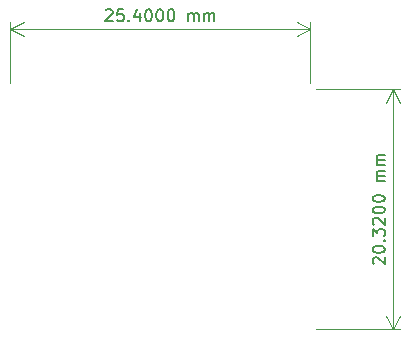
<source format=gbr>
%TF.GenerationSoftware,KiCad,Pcbnew,8.0.6*%
%TF.CreationDate,2024-12-16T09:55:53+00:00*%
%TF.ProjectId,StepperAdapterMount,53746570-7065-4724-9164-61707465724d,RevA*%
%TF.SameCoordinates,Original*%
%TF.FileFunction,Other,Comment*%
%FSLAX46Y46*%
G04 Gerber Fmt 4.6, Leading zero omitted, Abs format (unit mm)*
G04 Created by KiCad (PCBNEW 8.0.6) date 2024-12-16 09:55:53*
%MOMM*%
%LPD*%
G01*
G04 APERTURE LIST*
%ADD10C,0.150000*%
%ADD11C,0.100000*%
G04 APERTURE END LIST*
D10*
X69755057Y-211979046D02*
X69707438Y-211931427D01*
X69707438Y-211931427D02*
X69659819Y-211836189D01*
X69659819Y-211836189D02*
X69659819Y-211598094D01*
X69659819Y-211598094D02*
X69707438Y-211502856D01*
X69707438Y-211502856D02*
X69755057Y-211455237D01*
X69755057Y-211455237D02*
X69850295Y-211407618D01*
X69850295Y-211407618D02*
X69945533Y-211407618D01*
X69945533Y-211407618D02*
X70088390Y-211455237D01*
X70088390Y-211455237D02*
X70659819Y-212026665D01*
X70659819Y-212026665D02*
X70659819Y-211407618D01*
X69659819Y-210788570D02*
X69659819Y-210693332D01*
X69659819Y-210693332D02*
X69707438Y-210598094D01*
X69707438Y-210598094D02*
X69755057Y-210550475D01*
X69755057Y-210550475D02*
X69850295Y-210502856D01*
X69850295Y-210502856D02*
X70040771Y-210455237D01*
X70040771Y-210455237D02*
X70278866Y-210455237D01*
X70278866Y-210455237D02*
X70469342Y-210502856D01*
X70469342Y-210502856D02*
X70564580Y-210550475D01*
X70564580Y-210550475D02*
X70612200Y-210598094D01*
X70612200Y-210598094D02*
X70659819Y-210693332D01*
X70659819Y-210693332D02*
X70659819Y-210788570D01*
X70659819Y-210788570D02*
X70612200Y-210883808D01*
X70612200Y-210883808D02*
X70564580Y-210931427D01*
X70564580Y-210931427D02*
X70469342Y-210979046D01*
X70469342Y-210979046D02*
X70278866Y-211026665D01*
X70278866Y-211026665D02*
X70040771Y-211026665D01*
X70040771Y-211026665D02*
X69850295Y-210979046D01*
X69850295Y-210979046D02*
X69755057Y-210931427D01*
X69755057Y-210931427D02*
X69707438Y-210883808D01*
X69707438Y-210883808D02*
X69659819Y-210788570D01*
X70564580Y-210026665D02*
X70612200Y-209979046D01*
X70612200Y-209979046D02*
X70659819Y-210026665D01*
X70659819Y-210026665D02*
X70612200Y-210074284D01*
X70612200Y-210074284D02*
X70564580Y-210026665D01*
X70564580Y-210026665D02*
X70659819Y-210026665D01*
X69659819Y-209645713D02*
X69659819Y-209026666D01*
X69659819Y-209026666D02*
X70040771Y-209359999D01*
X70040771Y-209359999D02*
X70040771Y-209217142D01*
X70040771Y-209217142D02*
X70088390Y-209121904D01*
X70088390Y-209121904D02*
X70136009Y-209074285D01*
X70136009Y-209074285D02*
X70231247Y-209026666D01*
X70231247Y-209026666D02*
X70469342Y-209026666D01*
X70469342Y-209026666D02*
X70564580Y-209074285D01*
X70564580Y-209074285D02*
X70612200Y-209121904D01*
X70612200Y-209121904D02*
X70659819Y-209217142D01*
X70659819Y-209217142D02*
X70659819Y-209502856D01*
X70659819Y-209502856D02*
X70612200Y-209598094D01*
X70612200Y-209598094D02*
X70564580Y-209645713D01*
X69755057Y-208645713D02*
X69707438Y-208598094D01*
X69707438Y-208598094D02*
X69659819Y-208502856D01*
X69659819Y-208502856D02*
X69659819Y-208264761D01*
X69659819Y-208264761D02*
X69707438Y-208169523D01*
X69707438Y-208169523D02*
X69755057Y-208121904D01*
X69755057Y-208121904D02*
X69850295Y-208074285D01*
X69850295Y-208074285D02*
X69945533Y-208074285D01*
X69945533Y-208074285D02*
X70088390Y-208121904D01*
X70088390Y-208121904D02*
X70659819Y-208693332D01*
X70659819Y-208693332D02*
X70659819Y-208074285D01*
X69659819Y-207455237D02*
X69659819Y-207359999D01*
X69659819Y-207359999D02*
X69707438Y-207264761D01*
X69707438Y-207264761D02*
X69755057Y-207217142D01*
X69755057Y-207217142D02*
X69850295Y-207169523D01*
X69850295Y-207169523D02*
X70040771Y-207121904D01*
X70040771Y-207121904D02*
X70278866Y-207121904D01*
X70278866Y-207121904D02*
X70469342Y-207169523D01*
X70469342Y-207169523D02*
X70564580Y-207217142D01*
X70564580Y-207217142D02*
X70612200Y-207264761D01*
X70612200Y-207264761D02*
X70659819Y-207359999D01*
X70659819Y-207359999D02*
X70659819Y-207455237D01*
X70659819Y-207455237D02*
X70612200Y-207550475D01*
X70612200Y-207550475D02*
X70564580Y-207598094D01*
X70564580Y-207598094D02*
X70469342Y-207645713D01*
X70469342Y-207645713D02*
X70278866Y-207693332D01*
X70278866Y-207693332D02*
X70040771Y-207693332D01*
X70040771Y-207693332D02*
X69850295Y-207645713D01*
X69850295Y-207645713D02*
X69755057Y-207598094D01*
X69755057Y-207598094D02*
X69707438Y-207550475D01*
X69707438Y-207550475D02*
X69659819Y-207455237D01*
X69659819Y-206502856D02*
X69659819Y-206407618D01*
X69659819Y-206407618D02*
X69707438Y-206312380D01*
X69707438Y-206312380D02*
X69755057Y-206264761D01*
X69755057Y-206264761D02*
X69850295Y-206217142D01*
X69850295Y-206217142D02*
X70040771Y-206169523D01*
X70040771Y-206169523D02*
X70278866Y-206169523D01*
X70278866Y-206169523D02*
X70469342Y-206217142D01*
X70469342Y-206217142D02*
X70564580Y-206264761D01*
X70564580Y-206264761D02*
X70612200Y-206312380D01*
X70612200Y-206312380D02*
X70659819Y-206407618D01*
X70659819Y-206407618D02*
X70659819Y-206502856D01*
X70659819Y-206502856D02*
X70612200Y-206598094D01*
X70612200Y-206598094D02*
X70564580Y-206645713D01*
X70564580Y-206645713D02*
X70469342Y-206693332D01*
X70469342Y-206693332D02*
X70278866Y-206740951D01*
X70278866Y-206740951D02*
X70040771Y-206740951D01*
X70040771Y-206740951D02*
X69850295Y-206693332D01*
X69850295Y-206693332D02*
X69755057Y-206645713D01*
X69755057Y-206645713D02*
X69707438Y-206598094D01*
X69707438Y-206598094D02*
X69659819Y-206502856D01*
X70659819Y-204979046D02*
X69993152Y-204979046D01*
X70088390Y-204979046D02*
X70040771Y-204931427D01*
X70040771Y-204931427D02*
X69993152Y-204836189D01*
X69993152Y-204836189D02*
X69993152Y-204693332D01*
X69993152Y-204693332D02*
X70040771Y-204598094D01*
X70040771Y-204598094D02*
X70136009Y-204550475D01*
X70136009Y-204550475D02*
X70659819Y-204550475D01*
X70136009Y-204550475D02*
X70040771Y-204502856D01*
X70040771Y-204502856D02*
X69993152Y-204407618D01*
X69993152Y-204407618D02*
X69993152Y-204264761D01*
X69993152Y-204264761D02*
X70040771Y-204169522D01*
X70040771Y-204169522D02*
X70136009Y-204121903D01*
X70136009Y-204121903D02*
X70659819Y-204121903D01*
X70659819Y-203645713D02*
X69993152Y-203645713D01*
X70088390Y-203645713D02*
X70040771Y-203598094D01*
X70040771Y-203598094D02*
X69993152Y-203502856D01*
X69993152Y-203502856D02*
X69993152Y-203359999D01*
X69993152Y-203359999D02*
X70040771Y-203264761D01*
X70040771Y-203264761D02*
X70136009Y-203217142D01*
X70136009Y-203217142D02*
X70659819Y-203217142D01*
X70136009Y-203217142D02*
X70040771Y-203169523D01*
X70040771Y-203169523D02*
X69993152Y-203074285D01*
X69993152Y-203074285D02*
X69993152Y-202931428D01*
X69993152Y-202931428D02*
X70040771Y-202836189D01*
X70040771Y-202836189D02*
X70136009Y-202788570D01*
X70136009Y-202788570D02*
X70659819Y-202788570D01*
D11*
X64870000Y-197200000D02*
X71941420Y-197200000D01*
X64870000Y-217520000D02*
X71941420Y-217520000D01*
X71355000Y-197200000D02*
X71355000Y-217520000D01*
X71355000Y-197200000D02*
X71355000Y-217520000D01*
X71355000Y-197200000D02*
X71941421Y-198326504D01*
X71355000Y-197200000D02*
X70768579Y-198326504D01*
X71355000Y-217520000D02*
X70768579Y-216393496D01*
X71355000Y-217520000D02*
X71941421Y-216393496D01*
D10*
X47050953Y-190520057D02*
X47098572Y-190472438D01*
X47098572Y-190472438D02*
X47193810Y-190424819D01*
X47193810Y-190424819D02*
X47431905Y-190424819D01*
X47431905Y-190424819D02*
X47527143Y-190472438D01*
X47527143Y-190472438D02*
X47574762Y-190520057D01*
X47574762Y-190520057D02*
X47622381Y-190615295D01*
X47622381Y-190615295D02*
X47622381Y-190710533D01*
X47622381Y-190710533D02*
X47574762Y-190853390D01*
X47574762Y-190853390D02*
X47003334Y-191424819D01*
X47003334Y-191424819D02*
X47622381Y-191424819D01*
X48527143Y-190424819D02*
X48050953Y-190424819D01*
X48050953Y-190424819D02*
X48003334Y-190901009D01*
X48003334Y-190901009D02*
X48050953Y-190853390D01*
X48050953Y-190853390D02*
X48146191Y-190805771D01*
X48146191Y-190805771D02*
X48384286Y-190805771D01*
X48384286Y-190805771D02*
X48479524Y-190853390D01*
X48479524Y-190853390D02*
X48527143Y-190901009D01*
X48527143Y-190901009D02*
X48574762Y-190996247D01*
X48574762Y-190996247D02*
X48574762Y-191234342D01*
X48574762Y-191234342D02*
X48527143Y-191329580D01*
X48527143Y-191329580D02*
X48479524Y-191377200D01*
X48479524Y-191377200D02*
X48384286Y-191424819D01*
X48384286Y-191424819D02*
X48146191Y-191424819D01*
X48146191Y-191424819D02*
X48050953Y-191377200D01*
X48050953Y-191377200D02*
X48003334Y-191329580D01*
X49003334Y-191329580D02*
X49050953Y-191377200D01*
X49050953Y-191377200D02*
X49003334Y-191424819D01*
X49003334Y-191424819D02*
X48955715Y-191377200D01*
X48955715Y-191377200D02*
X49003334Y-191329580D01*
X49003334Y-191329580D02*
X49003334Y-191424819D01*
X49908095Y-190758152D02*
X49908095Y-191424819D01*
X49670000Y-190377200D02*
X49431905Y-191091485D01*
X49431905Y-191091485D02*
X50050952Y-191091485D01*
X50622381Y-190424819D02*
X50717619Y-190424819D01*
X50717619Y-190424819D02*
X50812857Y-190472438D01*
X50812857Y-190472438D02*
X50860476Y-190520057D01*
X50860476Y-190520057D02*
X50908095Y-190615295D01*
X50908095Y-190615295D02*
X50955714Y-190805771D01*
X50955714Y-190805771D02*
X50955714Y-191043866D01*
X50955714Y-191043866D02*
X50908095Y-191234342D01*
X50908095Y-191234342D02*
X50860476Y-191329580D01*
X50860476Y-191329580D02*
X50812857Y-191377200D01*
X50812857Y-191377200D02*
X50717619Y-191424819D01*
X50717619Y-191424819D02*
X50622381Y-191424819D01*
X50622381Y-191424819D02*
X50527143Y-191377200D01*
X50527143Y-191377200D02*
X50479524Y-191329580D01*
X50479524Y-191329580D02*
X50431905Y-191234342D01*
X50431905Y-191234342D02*
X50384286Y-191043866D01*
X50384286Y-191043866D02*
X50384286Y-190805771D01*
X50384286Y-190805771D02*
X50431905Y-190615295D01*
X50431905Y-190615295D02*
X50479524Y-190520057D01*
X50479524Y-190520057D02*
X50527143Y-190472438D01*
X50527143Y-190472438D02*
X50622381Y-190424819D01*
X51574762Y-190424819D02*
X51670000Y-190424819D01*
X51670000Y-190424819D02*
X51765238Y-190472438D01*
X51765238Y-190472438D02*
X51812857Y-190520057D01*
X51812857Y-190520057D02*
X51860476Y-190615295D01*
X51860476Y-190615295D02*
X51908095Y-190805771D01*
X51908095Y-190805771D02*
X51908095Y-191043866D01*
X51908095Y-191043866D02*
X51860476Y-191234342D01*
X51860476Y-191234342D02*
X51812857Y-191329580D01*
X51812857Y-191329580D02*
X51765238Y-191377200D01*
X51765238Y-191377200D02*
X51670000Y-191424819D01*
X51670000Y-191424819D02*
X51574762Y-191424819D01*
X51574762Y-191424819D02*
X51479524Y-191377200D01*
X51479524Y-191377200D02*
X51431905Y-191329580D01*
X51431905Y-191329580D02*
X51384286Y-191234342D01*
X51384286Y-191234342D02*
X51336667Y-191043866D01*
X51336667Y-191043866D02*
X51336667Y-190805771D01*
X51336667Y-190805771D02*
X51384286Y-190615295D01*
X51384286Y-190615295D02*
X51431905Y-190520057D01*
X51431905Y-190520057D02*
X51479524Y-190472438D01*
X51479524Y-190472438D02*
X51574762Y-190424819D01*
X52527143Y-190424819D02*
X52622381Y-190424819D01*
X52622381Y-190424819D02*
X52717619Y-190472438D01*
X52717619Y-190472438D02*
X52765238Y-190520057D01*
X52765238Y-190520057D02*
X52812857Y-190615295D01*
X52812857Y-190615295D02*
X52860476Y-190805771D01*
X52860476Y-190805771D02*
X52860476Y-191043866D01*
X52860476Y-191043866D02*
X52812857Y-191234342D01*
X52812857Y-191234342D02*
X52765238Y-191329580D01*
X52765238Y-191329580D02*
X52717619Y-191377200D01*
X52717619Y-191377200D02*
X52622381Y-191424819D01*
X52622381Y-191424819D02*
X52527143Y-191424819D01*
X52527143Y-191424819D02*
X52431905Y-191377200D01*
X52431905Y-191377200D02*
X52384286Y-191329580D01*
X52384286Y-191329580D02*
X52336667Y-191234342D01*
X52336667Y-191234342D02*
X52289048Y-191043866D01*
X52289048Y-191043866D02*
X52289048Y-190805771D01*
X52289048Y-190805771D02*
X52336667Y-190615295D01*
X52336667Y-190615295D02*
X52384286Y-190520057D01*
X52384286Y-190520057D02*
X52431905Y-190472438D01*
X52431905Y-190472438D02*
X52527143Y-190424819D01*
X54050953Y-191424819D02*
X54050953Y-190758152D01*
X54050953Y-190853390D02*
X54098572Y-190805771D01*
X54098572Y-190805771D02*
X54193810Y-190758152D01*
X54193810Y-190758152D02*
X54336667Y-190758152D01*
X54336667Y-190758152D02*
X54431905Y-190805771D01*
X54431905Y-190805771D02*
X54479524Y-190901009D01*
X54479524Y-190901009D02*
X54479524Y-191424819D01*
X54479524Y-190901009D02*
X54527143Y-190805771D01*
X54527143Y-190805771D02*
X54622381Y-190758152D01*
X54622381Y-190758152D02*
X54765238Y-190758152D01*
X54765238Y-190758152D02*
X54860477Y-190805771D01*
X54860477Y-190805771D02*
X54908096Y-190901009D01*
X54908096Y-190901009D02*
X54908096Y-191424819D01*
X55384286Y-191424819D02*
X55384286Y-190758152D01*
X55384286Y-190853390D02*
X55431905Y-190805771D01*
X55431905Y-190805771D02*
X55527143Y-190758152D01*
X55527143Y-190758152D02*
X55670000Y-190758152D01*
X55670000Y-190758152D02*
X55765238Y-190805771D01*
X55765238Y-190805771D02*
X55812857Y-190901009D01*
X55812857Y-190901009D02*
X55812857Y-191424819D01*
X55812857Y-190901009D02*
X55860476Y-190805771D01*
X55860476Y-190805771D02*
X55955714Y-190758152D01*
X55955714Y-190758152D02*
X56098571Y-190758152D01*
X56098571Y-190758152D02*
X56193810Y-190805771D01*
X56193810Y-190805771D02*
X56241429Y-190901009D01*
X56241429Y-190901009D02*
X56241429Y-191424819D01*
D11*
X38970000Y-196700000D02*
X38970000Y-191533580D01*
X64370000Y-196700000D02*
X64370000Y-191533580D01*
X38970000Y-192120000D02*
X64370000Y-192120000D01*
X38970000Y-192120000D02*
X64370000Y-192120000D01*
X38970000Y-192120000D02*
X40096504Y-191533579D01*
X38970000Y-192120000D02*
X40096504Y-192706421D01*
X64370000Y-192120000D02*
X63243496Y-192706421D01*
X64370000Y-192120000D02*
X63243496Y-191533579D01*
M02*

</source>
